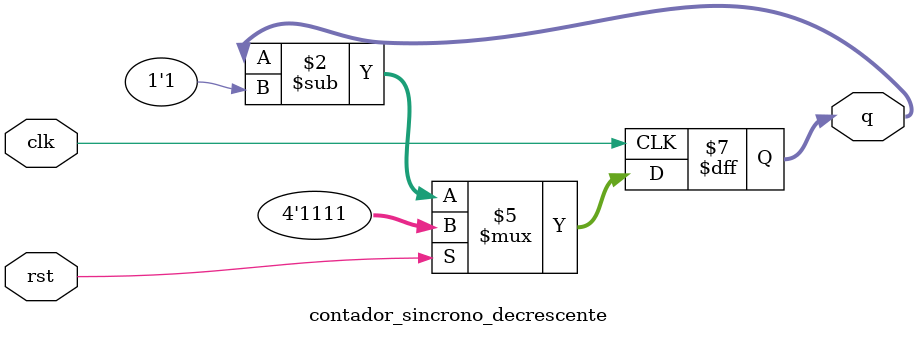
<source format=v>
module contador_sincrono_decrescente (
    input  wire clk,     
    input  wire rst,    
    output reg  [3:0] q  
);
	initial q = 4'b1111;
    always @(posedge clk) begin
        if (rst)
            q <= 4'b1111;          
        else
            q <= q - 1'b1;          
    end

endmodule
</source>
